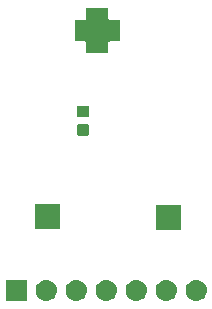
<source format=gts>
G04 #@! TF.GenerationSoftware,KiCad,Pcbnew,(5.1.2)-1*
G04 #@! TF.CreationDate,2023-06-09T20:40:53+09:00*
G04 #@! TF.ProjectId,ma73x,6d613733-782e-46b6-9963-61645f706362,v1.2*
G04 #@! TF.SameCoordinates,Original*
G04 #@! TF.FileFunction,Soldermask,Top*
G04 #@! TF.FilePolarity,Negative*
%FSLAX46Y46*%
G04 Gerber Fmt 4.6, Leading zero omitted, Abs format (unit mm)*
G04 Created by KiCad (PCBNEW (5.1.2)-1) date 2023-06-09 20:40:53*
%MOMM*%
%LPD*%
G04 APERTURE LIST*
%ADD10C,0.100000*%
G04 APERTURE END LIST*
D10*
G36*
X153241000Y-94101000D02*
G01*
X151439000Y-94101000D01*
X151439000Y-92299000D01*
X153241000Y-92299000D01*
X153241000Y-94101000D01*
X153241000Y-94101000D01*
G37*
G36*
X154990443Y-92305519D02*
G01*
X155056627Y-92312037D01*
X155226466Y-92363557D01*
X155382991Y-92447222D01*
X155418729Y-92476552D01*
X155520186Y-92559814D01*
X155603448Y-92661271D01*
X155632778Y-92697009D01*
X155716443Y-92853534D01*
X155767963Y-93023373D01*
X155785359Y-93200000D01*
X155767963Y-93376627D01*
X155716443Y-93546466D01*
X155632778Y-93702991D01*
X155603448Y-93738729D01*
X155520186Y-93840186D01*
X155418729Y-93923448D01*
X155382991Y-93952778D01*
X155226466Y-94036443D01*
X155056627Y-94087963D01*
X154990442Y-94094482D01*
X154924260Y-94101000D01*
X154835740Y-94101000D01*
X154769558Y-94094482D01*
X154703373Y-94087963D01*
X154533534Y-94036443D01*
X154377009Y-93952778D01*
X154341271Y-93923448D01*
X154239814Y-93840186D01*
X154156552Y-93738729D01*
X154127222Y-93702991D01*
X154043557Y-93546466D01*
X153992037Y-93376627D01*
X153974641Y-93200000D01*
X153992037Y-93023373D01*
X154043557Y-92853534D01*
X154127222Y-92697009D01*
X154156552Y-92661271D01*
X154239814Y-92559814D01*
X154341271Y-92476552D01*
X154377009Y-92447222D01*
X154533534Y-92363557D01*
X154703373Y-92312037D01*
X154769557Y-92305519D01*
X154835740Y-92299000D01*
X154924260Y-92299000D01*
X154990443Y-92305519D01*
X154990443Y-92305519D01*
G37*
G36*
X157530443Y-92305519D02*
G01*
X157596627Y-92312037D01*
X157766466Y-92363557D01*
X157922991Y-92447222D01*
X157958729Y-92476552D01*
X158060186Y-92559814D01*
X158143448Y-92661271D01*
X158172778Y-92697009D01*
X158256443Y-92853534D01*
X158307963Y-93023373D01*
X158325359Y-93200000D01*
X158307963Y-93376627D01*
X158256443Y-93546466D01*
X158172778Y-93702991D01*
X158143448Y-93738729D01*
X158060186Y-93840186D01*
X157958729Y-93923448D01*
X157922991Y-93952778D01*
X157766466Y-94036443D01*
X157596627Y-94087963D01*
X157530442Y-94094482D01*
X157464260Y-94101000D01*
X157375740Y-94101000D01*
X157309558Y-94094482D01*
X157243373Y-94087963D01*
X157073534Y-94036443D01*
X156917009Y-93952778D01*
X156881271Y-93923448D01*
X156779814Y-93840186D01*
X156696552Y-93738729D01*
X156667222Y-93702991D01*
X156583557Y-93546466D01*
X156532037Y-93376627D01*
X156514641Y-93200000D01*
X156532037Y-93023373D01*
X156583557Y-92853534D01*
X156667222Y-92697009D01*
X156696552Y-92661271D01*
X156779814Y-92559814D01*
X156881271Y-92476552D01*
X156917009Y-92447222D01*
X157073534Y-92363557D01*
X157243373Y-92312037D01*
X157309557Y-92305519D01*
X157375740Y-92299000D01*
X157464260Y-92299000D01*
X157530443Y-92305519D01*
X157530443Y-92305519D01*
G37*
G36*
X160070443Y-92305519D02*
G01*
X160136627Y-92312037D01*
X160306466Y-92363557D01*
X160462991Y-92447222D01*
X160498729Y-92476552D01*
X160600186Y-92559814D01*
X160683448Y-92661271D01*
X160712778Y-92697009D01*
X160796443Y-92853534D01*
X160847963Y-93023373D01*
X160865359Y-93200000D01*
X160847963Y-93376627D01*
X160796443Y-93546466D01*
X160712778Y-93702991D01*
X160683448Y-93738729D01*
X160600186Y-93840186D01*
X160498729Y-93923448D01*
X160462991Y-93952778D01*
X160306466Y-94036443D01*
X160136627Y-94087963D01*
X160070442Y-94094482D01*
X160004260Y-94101000D01*
X159915740Y-94101000D01*
X159849558Y-94094482D01*
X159783373Y-94087963D01*
X159613534Y-94036443D01*
X159457009Y-93952778D01*
X159421271Y-93923448D01*
X159319814Y-93840186D01*
X159236552Y-93738729D01*
X159207222Y-93702991D01*
X159123557Y-93546466D01*
X159072037Y-93376627D01*
X159054641Y-93200000D01*
X159072037Y-93023373D01*
X159123557Y-92853534D01*
X159207222Y-92697009D01*
X159236552Y-92661271D01*
X159319814Y-92559814D01*
X159421271Y-92476552D01*
X159457009Y-92447222D01*
X159613534Y-92363557D01*
X159783373Y-92312037D01*
X159849557Y-92305519D01*
X159915740Y-92299000D01*
X160004260Y-92299000D01*
X160070443Y-92305519D01*
X160070443Y-92305519D01*
G37*
G36*
X162610443Y-92305519D02*
G01*
X162676627Y-92312037D01*
X162846466Y-92363557D01*
X163002991Y-92447222D01*
X163038729Y-92476552D01*
X163140186Y-92559814D01*
X163223448Y-92661271D01*
X163252778Y-92697009D01*
X163336443Y-92853534D01*
X163387963Y-93023373D01*
X163405359Y-93200000D01*
X163387963Y-93376627D01*
X163336443Y-93546466D01*
X163252778Y-93702991D01*
X163223448Y-93738729D01*
X163140186Y-93840186D01*
X163038729Y-93923448D01*
X163002991Y-93952778D01*
X162846466Y-94036443D01*
X162676627Y-94087963D01*
X162610442Y-94094482D01*
X162544260Y-94101000D01*
X162455740Y-94101000D01*
X162389558Y-94094482D01*
X162323373Y-94087963D01*
X162153534Y-94036443D01*
X161997009Y-93952778D01*
X161961271Y-93923448D01*
X161859814Y-93840186D01*
X161776552Y-93738729D01*
X161747222Y-93702991D01*
X161663557Y-93546466D01*
X161612037Y-93376627D01*
X161594641Y-93200000D01*
X161612037Y-93023373D01*
X161663557Y-92853534D01*
X161747222Y-92697009D01*
X161776552Y-92661271D01*
X161859814Y-92559814D01*
X161961271Y-92476552D01*
X161997009Y-92447222D01*
X162153534Y-92363557D01*
X162323373Y-92312037D01*
X162389557Y-92305519D01*
X162455740Y-92299000D01*
X162544260Y-92299000D01*
X162610443Y-92305519D01*
X162610443Y-92305519D01*
G37*
G36*
X167690443Y-92305519D02*
G01*
X167756627Y-92312037D01*
X167926466Y-92363557D01*
X168082991Y-92447222D01*
X168118729Y-92476552D01*
X168220186Y-92559814D01*
X168303448Y-92661271D01*
X168332778Y-92697009D01*
X168416443Y-92853534D01*
X168467963Y-93023373D01*
X168485359Y-93200000D01*
X168467963Y-93376627D01*
X168416443Y-93546466D01*
X168332778Y-93702991D01*
X168303448Y-93738729D01*
X168220186Y-93840186D01*
X168118729Y-93923448D01*
X168082991Y-93952778D01*
X167926466Y-94036443D01*
X167756627Y-94087963D01*
X167690442Y-94094482D01*
X167624260Y-94101000D01*
X167535740Y-94101000D01*
X167469558Y-94094482D01*
X167403373Y-94087963D01*
X167233534Y-94036443D01*
X167077009Y-93952778D01*
X167041271Y-93923448D01*
X166939814Y-93840186D01*
X166856552Y-93738729D01*
X166827222Y-93702991D01*
X166743557Y-93546466D01*
X166692037Y-93376627D01*
X166674641Y-93200000D01*
X166692037Y-93023373D01*
X166743557Y-92853534D01*
X166827222Y-92697009D01*
X166856552Y-92661271D01*
X166939814Y-92559814D01*
X167041271Y-92476552D01*
X167077009Y-92447222D01*
X167233534Y-92363557D01*
X167403373Y-92312037D01*
X167469557Y-92305519D01*
X167535740Y-92299000D01*
X167624260Y-92299000D01*
X167690443Y-92305519D01*
X167690443Y-92305519D01*
G37*
G36*
X165150443Y-92305519D02*
G01*
X165216627Y-92312037D01*
X165386466Y-92363557D01*
X165542991Y-92447222D01*
X165578729Y-92476552D01*
X165680186Y-92559814D01*
X165763448Y-92661271D01*
X165792778Y-92697009D01*
X165876443Y-92853534D01*
X165927963Y-93023373D01*
X165945359Y-93200000D01*
X165927963Y-93376627D01*
X165876443Y-93546466D01*
X165792778Y-93702991D01*
X165763448Y-93738729D01*
X165680186Y-93840186D01*
X165578729Y-93923448D01*
X165542991Y-93952778D01*
X165386466Y-94036443D01*
X165216627Y-94087963D01*
X165150442Y-94094482D01*
X165084260Y-94101000D01*
X164995740Y-94101000D01*
X164929558Y-94094482D01*
X164863373Y-94087963D01*
X164693534Y-94036443D01*
X164537009Y-93952778D01*
X164501271Y-93923448D01*
X164399814Y-93840186D01*
X164316552Y-93738729D01*
X164287222Y-93702991D01*
X164203557Y-93546466D01*
X164152037Y-93376627D01*
X164134641Y-93200000D01*
X164152037Y-93023373D01*
X164203557Y-92853534D01*
X164287222Y-92697009D01*
X164316552Y-92661271D01*
X164399814Y-92559814D01*
X164501271Y-92476552D01*
X164537009Y-92447222D01*
X164693534Y-92363557D01*
X164863373Y-92312037D01*
X164929557Y-92305519D01*
X164995740Y-92299000D01*
X165084260Y-92299000D01*
X165150443Y-92305519D01*
X165150443Y-92305519D01*
G37*
G36*
X166261000Y-88051000D02*
G01*
X164159000Y-88051000D01*
X164159000Y-85949000D01*
X166261000Y-85949000D01*
X166261000Y-88051000D01*
X166261000Y-88051000D01*
G37*
G36*
X156021000Y-88011000D02*
G01*
X153919000Y-88011000D01*
X153919000Y-85909000D01*
X156021000Y-85909000D01*
X156021000Y-88011000D01*
X156021000Y-88011000D01*
G37*
G36*
X158369591Y-79143085D02*
G01*
X158403569Y-79153393D01*
X158434890Y-79170134D01*
X158462339Y-79192661D01*
X158484866Y-79220110D01*
X158501607Y-79251431D01*
X158511915Y-79285409D01*
X158516000Y-79326890D01*
X158516000Y-79928110D01*
X158511915Y-79969591D01*
X158501607Y-80003569D01*
X158484866Y-80034890D01*
X158462339Y-80062339D01*
X158434890Y-80084866D01*
X158403569Y-80101607D01*
X158369591Y-80111915D01*
X158328110Y-80116000D01*
X157651890Y-80116000D01*
X157610409Y-80111915D01*
X157576431Y-80101607D01*
X157545110Y-80084866D01*
X157517661Y-80062339D01*
X157495134Y-80034890D01*
X157478393Y-80003569D01*
X157468085Y-79969591D01*
X157464000Y-79928110D01*
X157464000Y-79326890D01*
X157468085Y-79285409D01*
X157478393Y-79251431D01*
X157495134Y-79220110D01*
X157517661Y-79192661D01*
X157545110Y-79170134D01*
X157576431Y-79153393D01*
X157610409Y-79143085D01*
X157651890Y-79139000D01*
X158328110Y-79139000D01*
X158369591Y-79143085D01*
X158369591Y-79143085D01*
G37*
G36*
X158369591Y-77568085D02*
G01*
X158403569Y-77578393D01*
X158434890Y-77595134D01*
X158462339Y-77617661D01*
X158484866Y-77645110D01*
X158501607Y-77676431D01*
X158511915Y-77710409D01*
X158516000Y-77751890D01*
X158516000Y-78353110D01*
X158511915Y-78394591D01*
X158501607Y-78428569D01*
X158484866Y-78459890D01*
X158462339Y-78487339D01*
X158434890Y-78509866D01*
X158403569Y-78526607D01*
X158369591Y-78536915D01*
X158328110Y-78541000D01*
X157651890Y-78541000D01*
X157610409Y-78536915D01*
X157576431Y-78526607D01*
X157545110Y-78509866D01*
X157517661Y-78487339D01*
X157495134Y-78459890D01*
X157478393Y-78428569D01*
X157468085Y-78394591D01*
X157464000Y-78353110D01*
X157464000Y-77751890D01*
X157468085Y-77710409D01*
X157478393Y-77676431D01*
X157495134Y-77645110D01*
X157517661Y-77617661D01*
X157545110Y-77595134D01*
X157576431Y-77578393D01*
X157610409Y-77568085D01*
X157651890Y-77564000D01*
X158328110Y-77564000D01*
X158369591Y-77568085D01*
X158369591Y-77568085D01*
G37*
G36*
X158605355Y-69275083D02*
G01*
X158610029Y-69276501D01*
X158614330Y-69278800D01*
X158620702Y-69284029D01*
X158641076Y-69297643D01*
X158663715Y-69307020D01*
X158687749Y-69311800D01*
X158712253Y-69311800D01*
X158736286Y-69307019D01*
X158758925Y-69297642D01*
X158779298Y-69284029D01*
X158785670Y-69278800D01*
X158789971Y-69276501D01*
X158794645Y-69275083D01*
X158805641Y-69274000D01*
X159094359Y-69274000D01*
X159105355Y-69275083D01*
X159110029Y-69276501D01*
X159114330Y-69278800D01*
X159120702Y-69284029D01*
X159141076Y-69297643D01*
X159163715Y-69307020D01*
X159187749Y-69311800D01*
X159212253Y-69311800D01*
X159236286Y-69307019D01*
X159258925Y-69297642D01*
X159279298Y-69284029D01*
X159285670Y-69278800D01*
X159289971Y-69276501D01*
X159294645Y-69275083D01*
X159305641Y-69274000D01*
X159594359Y-69274000D01*
X159605355Y-69275083D01*
X159610029Y-69276501D01*
X159614330Y-69278800D01*
X159620702Y-69284029D01*
X159641076Y-69297643D01*
X159663715Y-69307020D01*
X159687749Y-69311800D01*
X159712253Y-69311800D01*
X159736286Y-69307019D01*
X159758925Y-69297642D01*
X159779298Y-69284029D01*
X159785670Y-69278800D01*
X159789971Y-69276501D01*
X159794645Y-69275083D01*
X159805641Y-69274000D01*
X160094359Y-69274000D01*
X160105355Y-69275083D01*
X160110029Y-69276501D01*
X160114331Y-69278800D01*
X160118104Y-69281896D01*
X160121200Y-69285669D01*
X160123499Y-69289971D01*
X160124917Y-69294645D01*
X160126000Y-69305641D01*
X160126000Y-70149001D01*
X160128402Y-70173387D01*
X160135515Y-70196836D01*
X160147066Y-70218447D01*
X160162611Y-70237389D01*
X160181553Y-70252934D01*
X160203164Y-70264485D01*
X160226613Y-70271598D01*
X160250999Y-70274000D01*
X161094359Y-70274000D01*
X161105355Y-70275083D01*
X161110029Y-70276501D01*
X161114331Y-70278800D01*
X161118104Y-70281896D01*
X161121200Y-70285669D01*
X161123499Y-70289971D01*
X161124917Y-70294645D01*
X161126000Y-70305641D01*
X161126000Y-70594359D01*
X161124917Y-70605355D01*
X161123499Y-70610029D01*
X161121200Y-70614330D01*
X161115971Y-70620702D01*
X161102357Y-70641076D01*
X161092980Y-70663715D01*
X161088200Y-70687749D01*
X161088200Y-70712253D01*
X161092981Y-70736286D01*
X161102358Y-70758925D01*
X161115971Y-70779298D01*
X161121200Y-70785670D01*
X161123499Y-70789971D01*
X161124917Y-70794645D01*
X161126000Y-70805641D01*
X161126000Y-71094359D01*
X161124917Y-71105355D01*
X161123499Y-71110029D01*
X161121200Y-71114330D01*
X161115971Y-71120702D01*
X161102357Y-71141076D01*
X161092980Y-71163715D01*
X161088200Y-71187749D01*
X161088200Y-71212253D01*
X161092981Y-71236286D01*
X161102358Y-71258925D01*
X161115971Y-71279298D01*
X161121200Y-71285670D01*
X161123499Y-71289971D01*
X161124917Y-71294645D01*
X161126000Y-71305641D01*
X161126000Y-71594359D01*
X161124917Y-71605355D01*
X161123499Y-71610029D01*
X161121200Y-71614330D01*
X161115971Y-71620702D01*
X161102357Y-71641076D01*
X161092980Y-71663715D01*
X161088200Y-71687749D01*
X161088200Y-71712253D01*
X161092981Y-71736286D01*
X161102358Y-71758925D01*
X161115971Y-71779298D01*
X161121200Y-71785670D01*
X161123499Y-71789971D01*
X161124917Y-71794645D01*
X161126000Y-71805641D01*
X161126000Y-72094359D01*
X161124917Y-72105355D01*
X161123499Y-72110029D01*
X161121200Y-72114331D01*
X161118104Y-72118104D01*
X161114331Y-72121200D01*
X161110029Y-72123499D01*
X161105355Y-72124917D01*
X161094359Y-72126000D01*
X160250999Y-72126000D01*
X160226613Y-72128402D01*
X160203164Y-72135515D01*
X160181553Y-72147066D01*
X160162611Y-72162611D01*
X160147066Y-72181553D01*
X160135515Y-72203164D01*
X160128402Y-72226613D01*
X160126000Y-72250999D01*
X160126000Y-73094359D01*
X160124917Y-73105355D01*
X160123499Y-73110029D01*
X160121200Y-73114331D01*
X160118104Y-73118104D01*
X160114331Y-73121200D01*
X160110029Y-73123499D01*
X160105355Y-73124917D01*
X160094359Y-73126000D01*
X159805641Y-73126000D01*
X159794645Y-73124917D01*
X159789971Y-73123499D01*
X159785670Y-73121200D01*
X159779298Y-73115971D01*
X159758924Y-73102357D01*
X159736285Y-73092980D01*
X159712251Y-73088200D01*
X159687747Y-73088200D01*
X159663714Y-73092981D01*
X159641075Y-73102358D01*
X159620702Y-73115971D01*
X159614330Y-73121200D01*
X159610029Y-73123499D01*
X159605355Y-73124917D01*
X159594359Y-73126000D01*
X159305641Y-73126000D01*
X159294645Y-73124917D01*
X159289971Y-73123499D01*
X159285670Y-73121200D01*
X159279298Y-73115971D01*
X159258924Y-73102357D01*
X159236285Y-73092980D01*
X159212251Y-73088200D01*
X159187747Y-73088200D01*
X159163714Y-73092981D01*
X159141075Y-73102358D01*
X159120702Y-73115971D01*
X159114330Y-73121200D01*
X159110029Y-73123499D01*
X159105355Y-73124917D01*
X159094359Y-73126000D01*
X158805641Y-73126000D01*
X158794645Y-73124917D01*
X158789971Y-73123499D01*
X158785670Y-73121200D01*
X158779298Y-73115971D01*
X158758924Y-73102357D01*
X158736285Y-73092980D01*
X158712251Y-73088200D01*
X158687747Y-73088200D01*
X158663714Y-73092981D01*
X158641075Y-73102358D01*
X158620702Y-73115971D01*
X158614330Y-73121200D01*
X158610029Y-73123499D01*
X158605355Y-73124917D01*
X158594359Y-73126000D01*
X158305641Y-73126000D01*
X158294645Y-73124917D01*
X158289971Y-73123499D01*
X158285669Y-73121200D01*
X158281896Y-73118104D01*
X158278800Y-73114331D01*
X158276501Y-73110029D01*
X158275083Y-73105355D01*
X158274000Y-73094359D01*
X158274000Y-72250999D01*
X158271598Y-72226613D01*
X158264485Y-72203164D01*
X158252934Y-72181553D01*
X158237389Y-72162611D01*
X158218447Y-72147066D01*
X158196836Y-72135515D01*
X158173387Y-72128402D01*
X158149001Y-72126000D01*
X157305641Y-72126000D01*
X157294645Y-72124917D01*
X157289971Y-72123499D01*
X157285669Y-72121200D01*
X157281896Y-72118104D01*
X157278800Y-72114331D01*
X157276501Y-72110029D01*
X157275083Y-72105355D01*
X157274000Y-72094359D01*
X157274000Y-71805641D01*
X157275083Y-71794645D01*
X157276501Y-71789971D01*
X157278800Y-71785670D01*
X157284029Y-71779298D01*
X157297643Y-71758924D01*
X157307020Y-71736285D01*
X157311800Y-71712251D01*
X157311800Y-71687747D01*
X157307019Y-71663714D01*
X157297642Y-71641075D01*
X157284029Y-71620702D01*
X157278800Y-71614330D01*
X157276501Y-71610029D01*
X157275083Y-71605355D01*
X157274000Y-71594359D01*
X157274000Y-71305641D01*
X157275083Y-71294645D01*
X157276501Y-71289971D01*
X157278800Y-71285670D01*
X157284029Y-71279298D01*
X157297643Y-71258924D01*
X157307020Y-71236285D01*
X157311800Y-71212251D01*
X157311800Y-71187747D01*
X157307019Y-71163714D01*
X157297642Y-71141075D01*
X157284029Y-71120702D01*
X157278800Y-71114330D01*
X157276501Y-71110029D01*
X157275083Y-71105355D01*
X157274000Y-71094359D01*
X157274000Y-70805641D01*
X157275083Y-70794645D01*
X157276501Y-70789971D01*
X157278800Y-70785670D01*
X157284029Y-70779298D01*
X157297643Y-70758924D01*
X157307020Y-70736285D01*
X157311800Y-70712251D01*
X157311800Y-70687747D01*
X157307019Y-70663714D01*
X157297642Y-70641075D01*
X157284029Y-70620702D01*
X157278800Y-70614330D01*
X157276501Y-70610029D01*
X157275083Y-70605355D01*
X157274000Y-70594359D01*
X157274000Y-70305641D01*
X157275083Y-70294645D01*
X157276501Y-70289971D01*
X157278800Y-70285669D01*
X157281896Y-70281896D01*
X157285669Y-70278800D01*
X157289971Y-70276501D01*
X157294645Y-70275083D01*
X157305641Y-70274000D01*
X158149001Y-70274000D01*
X158173387Y-70271598D01*
X158196836Y-70264485D01*
X158218447Y-70252934D01*
X158237389Y-70237389D01*
X158252934Y-70218447D01*
X158264485Y-70196836D01*
X158271598Y-70173387D01*
X158274000Y-70149001D01*
X158274000Y-69305641D01*
X158275083Y-69294645D01*
X158276501Y-69289971D01*
X158278800Y-69285669D01*
X158281896Y-69281896D01*
X158285669Y-69278800D01*
X158289971Y-69276501D01*
X158294645Y-69275083D01*
X158305641Y-69274000D01*
X158594359Y-69274000D01*
X158605355Y-69275083D01*
X158605355Y-69275083D01*
G37*
M02*

</source>
